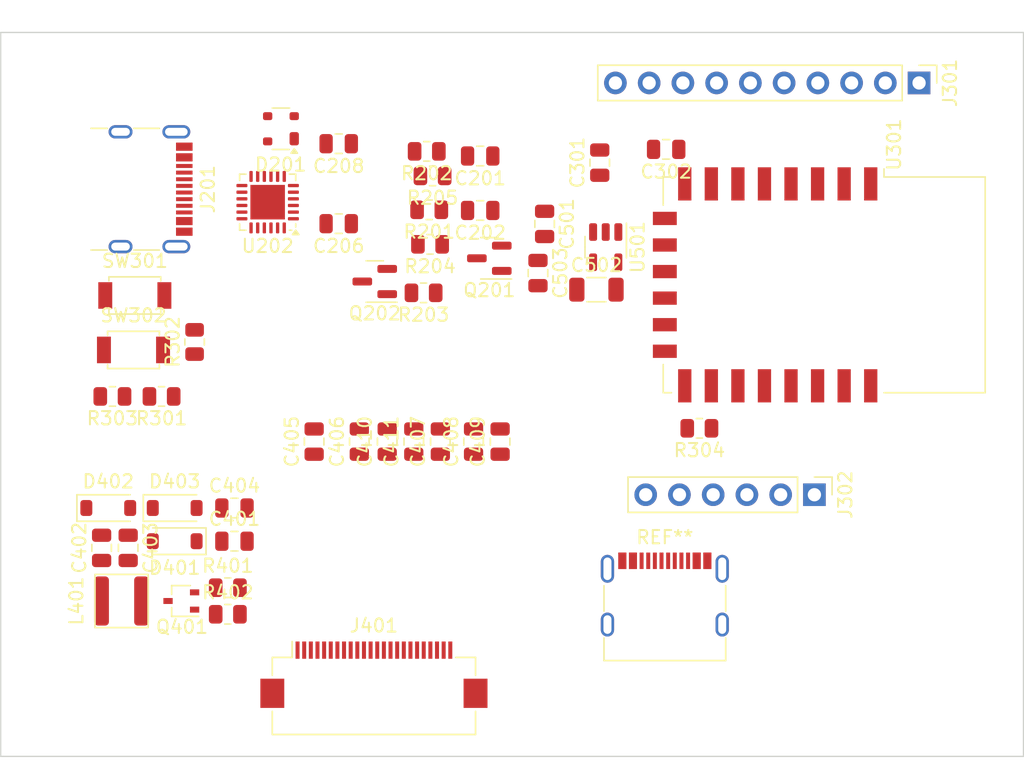
<source format=kicad_pcb>
(kicad_pcb (version 20240108) (generator "pcbnew") (generator_version "8.0")
  (layers (0 "F.Cu" signal) (31 "B.Cu" signal) (34 "B.Paste" user) (35 "F.Paste" user) (36 "B.SilkS" user "B.Silkscreen") (37 "F.SilkS" user "F.Silkscreen") (38 "B.Mask" user) (39 "F.Mask" user) (44 "Edge.Cuts" user))
  (net 0 "")
  (net 1 "GND")
  (net 3 "/EPD/GDR")
  (net 4 "/EPD/RESE")
  (net 6 "/EPD/VSH2")
  (net 7 "/EPD/TSCL")
  (net 8 "/EPD/TSDA")
  (net 9 "/EPD/BS")
  (net 10 "/EPD/BUSY")
  (net 11 "/EPD/RES")
  (net 12 "/EPD/D{slash}C")
  (net 13 "/EPD/~{CS}")
  (net 14 "/EPD/SCLK")
  (net 15 "/EPD/MOSI")
  (net 16 "+3.3V")
  (net 17 "/EPD/VDD")
  (net 18 "/EPD/VPP")
  (net 19 "/EPD/VSH1")
  (net 20 "/EPD/VGH")
  (net 21 "/EPD/VSL")
  (net 22 "/EPD/VGL")
  (net 23 "/EPD/VCOM")
  (net 24 "/USB/~{RTS}")
  (net 25 "Net-(Q201-B)")
  (net 26 "/MCU/~{RST}")
  (net 27 "/USB/~{DTR}")
  (net 28 "Net-(Q202-B)")
  (net 29 "/MCU/GPIO0")
  (net 30 "/USB/D+")
  (net 31 "/USB/D-")
  (net 32 "/USB/VIO")
  (net 33 "Net-(U202-VPP)")
  (net 34 "Net-(D201-A)")
  (net 36 "Net-(U202-~{RST})")
  (net 37 "/USB/5V")
  (net 38 "/EPD/MISO")
  (net 39 "/EPD/3V3")
  (net 40 "/EPD/PREVGH")
  (net 41 "Net-(D401-A)")
  (net 42 "Net-(D402-A)")
  (net 43 "/EPD/PREVGL")
  (net 44 "/MCU/RXD")
  (net 45 "/MCU/TXD")
  (net 46 "/MCU/ADC")
  (net 47 "/MCU/GPIO10")
  (net 48 "/MCU/GPIO9")
  (net 49 "/MCU/GPIO2")
  (net 50 "/MCU/GPIO4")
  (net 51 "/MCU/GPIO5")
  (net 52 "Net-(J201-CC2)")
  (net 53 "Net-(J201-CC1)")
  (net 56 "/MCU/GPIO16")
  (net 67 "/MCU/GPIO15")
  (net 68 "/MCU/EN")
  (net 69 "/MCU/GPIO12")
  (net 70 "/MCU/GPIO13")
  (net 71 "/MCU/GPIO14")
  (net 72 "Net-(U501-BP)")
  (footprint "Resistor_SMD:R_0805_2012Metric" (layer "F.Cu") (at 108.6 72.3 90)
    (property "Reference" "R302" (at 0 -1.65 90) (layer "F.SilkS"))
    (property "Value" "10k")
    (fp_line (start -0.227064 -0.735) (end 0.227064 -0.735) (stroke (width 0.12)) (layer "F.SilkS"))
    (fp_line (start -0.227064 0.735) (end 0.227064 0.735) (stroke (width 0.12)) (layer "F.SilkS"))
    (pad "1" smd roundrect (at -0.9125 0 90) (size 1.025 1.4) (layers "F.Cu" "F.Paste" "F.Mask") (roundrect_rratio 0.243902) (net 39 "/EPD/3V3"))
    (pad "2" smd roundrect (at 0.9125 0 90) (size 1.025 1.4) (layers "F.Cu" "F.Paste" "F.Mask") (roundrect_rratio 0.243902) (net 29 "/MCU/GPIO0"))
  )
  (footprint "Connector_PinHeader_2.54mm:PinHeader_1x06_P2.54mm_Vertical" (layer "F.Cu") (at 155.26 83.8 -90)
    (property "Reference" "J302" (at 0 -2.33 90) (layer "F.SilkS"))
    (property "Value" "Conn_01x07_Pin")
    (fp_line (start -1.33 14.03) (end 1.33 14.03) (stroke (width 0.12)) (layer "F.SilkS"))
    (fp_line (start -1.33 1.27) (end -1.33 14.03) (stroke (width 0.12)) (layer "F.SilkS"))
    (fp_line (start -1.33 1.27) (end 1.33 1.27) (stroke (width 0.12)) (layer "F.SilkS"))
    (fp_line (start 1.33 1.27) (end 1.33 14.03) (stroke (width 0.12)) (layer "F.SilkS"))
    (fp_line (start -1.33 0) (end -1.33 -1.33) (stroke (width 0.12)) (layer "F.SilkS"))
    (fp_line (start -1.33 -1.33) (end 0 -1.33) (stroke (width 0.12)) (layer "F.SilkS"))
    (pad "1" thru_hole rect (at 0 0 270) (size 1.7 1.7) (drill 1) (layers "*.Cu" "*.Mask") (net 51 "/MCU/GPIO5"))
    (pad "2" thru_hole oval (at 0 2.54 270) (size 1.7 1.7) (drill 1) (layers "*.Cu" "*.Mask") (net 50 "/MCU/GPIO4"))
    (pad "3" thru_hole oval (at 0 5.08 270) (size 1.7 1.7) (drill 1) (layers "*.Cu" "*.Mask") (net 29 "/MCU/GPIO0"))
    (pad "4" thru_hole oval (at 0 7.62 270) (size 1.7 1.7) (drill 1) (layers "*.Cu" "*.Mask") (net 49 "/MCU/GPIO2"))
    (pad "5" thru_hole oval (at 0 10.16 270) (size 1.7 1.7) (drill 1) (layers "*.Cu" "*.Mask") (net 67 "/MCU/GPIO15"))
    (pad "6" thru_hole oval (at 0 12.7 270) (size 1.7 1.7) (drill 1) (layers "*.Cu" "*.Mask") (net 47 "/MCU/GPIO10"))
  )
  (footprint "Capacitor_SMD:C_0805_2012Metric" (layer "F.Cu") (at 134.95 63.4125 -90)
    (property "Reference" "C501" (at 0 -1.68 90) (layer "F.SilkS"))
    (property "Value" "1u")
    (fp_line (start -0.261252 0.735) (end 0.261252 0.735) (stroke (width 0.12)) (layer "F.SilkS"))
    (fp_line (start -0.261252 -0.735) (end 0.261252 -0.735) (stroke (width 0.12)) (layer "F.SilkS"))
    (pad "1" smd roundrect (at -0.95 0 270) (size 1 1.45) (layers "F.Cu" "F.Paste" "F.Mask") (net 37 "/USB/5V"))
    (pad "2" smd roundrect (at 0.95 0 270) (size 1 1.45) (layers "F.Cu" "F.Paste" "F.Mask") (net 1 "GND"))
  )
  (footprint "Capacitor_SMD:C_0805_2012Metric" (layer "F.Cu") (at 130.1 58.3 180)
    (property "Reference" "C201" (at 0 -1.68 0) (layer "F.SilkS"))
    (property "Value" "5u")
    (fp_line (start -0.261252 0.735) (end 0.261252 0.735) (stroke (width 0.12)) (layer "F.SilkS"))
    (fp_line (start -0.261252 -0.735) (end 0.261252 -0.735) (stroke (width 0.12)) (layer "F.SilkS"))
    (pad "1" smd roundrect (at -0.95 0 180) (size 1 1.45) (layers "F.Cu" "F.Paste" "F.Mask") (net 32 "/USB/VIO"))
    (pad "2" smd roundrect (at 0.95 0 180) (size 1 1.45) (layers "F.Cu" "F.Paste" "F.Mask") (net 1 "GND"))
  )
  (footprint "Capacitor_SMD:C_0805_2012Metric" (layer "F.Cu") (at 123.1 79.8 90)
    (property "Reference" "C410" (at 0 -1.68 90) (layer "F.SilkS"))
    (property "Value" "1u")
    (fp_line (start -0.261252 -0.735) (end 0.261252 -0.735) (stroke (width 0.12)) (layer "F.SilkS"))
    (fp_line (start -0.261252 0.735) (end 0.261252 0.735) (stroke (width 0.12)) (layer "F.SilkS"))
    (pad "1" smd roundrect (at -0.95 0 90) (size 1 1.45) (layers "F.Cu" "F.Paste" "F.Mask") (net 17 "/EPD/VDD"))
    (pad "2" smd roundrect (at 0.95 0 90) (size 1 1.45) (layers "F.Cu" "F.Paste" "F.Mask") (net 1 "GND"))
  )
  (footprint "Capacitor_SMD:C_0805_2012Metric" (layer "F.Cu") (at 111.6 84.8)
    (property "Reference" "C404" (at 0 -1.68 0) (layer "F.SilkS"))
    (property "Value" "4u7")
    (fp_line (start -0.261252 -0.735) (end 0.261252 -0.735) (stroke (width 0.12)) (layer "F.SilkS"))
    (fp_line (start -0.261252 0.735) (end 0.261252 0.735) (stroke (width 0.12)) (layer "F.SilkS"))
    (pad "1" smd roundrect (at -0.95 0) (size 1 1.45) (layers "F.Cu" "F.Paste" "F.Mask") (net 43 "/EPD/PREVGL"))
    (pad "2" smd roundrect (at 0.95 0) (size 1 1.45) (layers "F.Cu" "F.Paste" "F.Mask") (net 1 "GND"))
  )
  (footprint "Capacitor_SMD:C_0805_2012Metric" (layer "F.Cu") (at 103.6 87.8 -90)
    (property "Reference" "C403" (at 0 -1.68 90) (layer "F.SilkS"))
    (property "Value" "4u7")
    (fp_line (start -0.261252 0.735) (end 0.261252 0.735) (stroke (width 0.12)) (layer "F.SilkS"))
    (fp_line (start -0.261252 -0.735) (end 0.261252 -0.735) (stroke (width 0.12)) (layer "F.SilkS"))
    (pad "1" smd roundrect (at -0.95 0 270) (size 1 1.45) (layers "F.Cu" "F.Paste" "F.Mask") (net 42 "Net-(D402-A)"))
    (pad "2" smd roundrect (at 0.95 0 270) (size 1 1.45) (layers "F.Cu" "F.Paste" "F.Mask") (net 41 "Net-(D401-A)"))
  )
  (footprint "Resistor_SMD:R_0805_2012Metric" (layer "F.Cu") (at 106.1125 76.4 180)
    (property "Reference" "R301" (at 0 -1.65 0) (layer "F.SilkS"))
    (property "Value" "10k")
    (fp_line (start -0.227064 0.735) (end 0.227064 0.735) (stroke (width 0.12)) (layer "F.SilkS"))
    (fp_line (start -0.227064 -0.735) (end 0.227064 -0.735) (stroke (width 0.12)) (layer "F.SilkS"))
    (pad "1" smd roundrect (at -0.9125 0 180) (size 1.025 1.4) (layers "F.Cu" "F.Paste" "F.Mask") (roundrect_rratio 0.243902) (net 26 "/MCU/~{RST}"))
    (pad "2" smd roundrect (at 0.9125 0 180) (size 1.025 1.4) (layers "F.Cu" "F.Paste" "F.Mask") (roundrect_rratio 0.243902) (net 39 "/EPD/3V3"))
  )
  (footprint "busbuddy:L_4x4x2.6" (layer "F.Cu") (at 103.1 91.8 90)
    (property "Reference" "L401" (at 0 -3.4 90) (layer "F.SilkS"))
    (property "Value" "10u")
    (fp_rect (start -2 -2) (end 2 2) (stroke (width 0.12)) (fill none) (layer "F.SilkS"))
    (pad "1" smd roundrect (at 0 -1.5 90) (size 3.7 1.1) (layers "F.Cu" "F.Paste" "F.Mask") (net 39 "/EPD/3V3"))
    (pad "2" smd roundrect (at 0 1.5 90) (size 3.7 1.1) (layers "F.Cu" "F.Paste" "F.Mask") (net 41 "Net-(D401-A)"))
  )
  (footprint "Resistor_SMD:R_0805_2012Metric" (layer "F.Cu") (at 125.8375 68.6 180)
    (property "Reference" "R203" (at 0 -1.65 0) (layer "F.SilkS"))
    (property "Value" "12k")
    (fp_line (start -0.227064 0.735) (end 0.227064 0.735) (stroke (width 0.12)) (layer "F.SilkS"))
    (fp_line (start -0.227064 -0.735) (end 0.227064 -0.735) (stroke (width 0.12)) (layer "F.SilkS"))
    (pad "1" smd roundrect (at -0.9125 0 180) (size 1.025 1.4) (layers "F.Cu" "F.Paste" "F.Mask") (roundrect_rratio 0.243902) (net 27 "/USB/~{DTR}"))
    (pad "2" smd roundrect (at 0.9125 0 180) (size 1.025 1.4) (layers "F.Cu" "F.Paste" "F.Mask") (roundrect_rratio 0.243902) (net 25 "Net-(Q201-B)"))
  )
  (footprint "Resistor_SMD:R_0805_2012Metric" (layer "F.Cu") (at 111.1 92.8)
    (property "Reference" "R402" (at 0 -1.65 0) (layer "F.SilkS"))
    (property "Value" "1M")
    (fp_line (start -0.227064 -0.735) (end 0.227064 -0.735) (stroke (width 0.12)) (layer "F.SilkS"))
    (fp_line (start -0.227064 0.735) (end 0.227064 0.735) (stroke (width 0.12)) (layer "F.SilkS"))
    (pad "1" smd roundrect (at -0.9125 0) (size 1.025 1.4) (layers "F.Cu" "F.Paste" "F.Mask") (roundrect_rratio 0.243902) (net 3 "/EPD/GDR"))
    (pad "2" smd roundrect (at 0.9125 0) (size 1.025 1.4) (layers "F.Cu" "F.Paste" "F.Mask") (roundrect_rratio 0.243902) (net 1 "GND"))
  )
  (footprint "Resistor_SMD:R_0805_2012Metric" (layer "F.Cu") (at 126.075 57.95 180)
    (property "Reference" "R202" (at 0 -1.65 0) (layer "F.SilkS"))
    (property "Value" "5k1")
    (fp_line (start -0.227064 0.735) (end 0.227064 0.735) (stroke (width 0.12)) (layer "F.SilkS"))
    (fp_line (start -0.227064 -0.735) (end 0.227064 -0.735) (stroke (width 0.12)) (layer "F.SilkS"))
    (pad "1" smd roundrect (at -0.9125 0 180) (size 1.025 1.4) (layers "F.Cu" "F.Paste" "F.Mask") (roundrect_rratio 0.243902) (net 1 "GND"))
    (pad "2" smd roundrect (at 0.9125 0 180) (size 1.025 1.4) (layers "F.Cu" "F.Paste" "F.Mask") (roundrect_rratio 0.243902) (net 53 "Net-(J201-CC1)"))
  )
  (footprint "Capacitor_SMD:C_0805_2012Metric" (layer "F.Cu") (at 101.6 87.8 90)
    (property "Reference" "C402" (at 0 -1.68 90) (layer "F.SilkS"))
    (property "Value" "4u7")
    (fp_line (start -0.261252 -0.735) (end 0.261252 -0.735) (stroke (width 0.12)) (layer "F.SilkS"))
    (fp_line (start -0.261252 0.735) (end 0.261252 0.735) (stroke (width 0.12)) (layer "F.SilkS"))
    (pad "1" smd roundrect (at -0.95 0 90) (size 1 1.45) (layers "F.Cu" "F.Paste" "F.Mask") (net 39 "/EPD/3V3"))
    (pad "2" smd roundrect (at 0.95 0 90) (size 1 1.45) (layers "F.Cu" "F.Paste" "F.Mask") (net 1 "GND"))
  )
  (footprint "Diode_SMD:D_SOD-123" (layer "F.Cu") (at 102.1 84.8)
    (property "Reference" "D402" (at 0 -2 0) (layer "F.SilkS"))
    (property "Value" "MBR0530")
    (fp_line (start -2.36 -1) (end -2.36 1) (stroke (width 0.12)) (layer "F.SilkS"))
    (fp_line (start -2.36 -1) (end 1.65 -1) (stroke (width 0.12)) (layer "F.SilkS"))
    (fp_line (start -2.36 1) (end 1.65 1) (stroke (width 0.12)) (layer "F.SilkS"))
    (pad "1" smd roundrect (at -1.65 0) (size 0.9 1.2) (layers "F.Cu" "F.Paste" "F.Mask") (net 1 "GND"))
    (pad "2" smd roundrect (at 1.65 0) (size 0.9 1.2) (layers "F.Cu" "F.Paste" "F.Mask") (net 42 "Net-(D402-A)"))
  )
  (footprint "Connector_PinHeader_2.54mm:PinHeader_1x10_P2.54mm_Vertical" (layer "F.Cu") (at 163.14 52.8 -90)
    (property "Reference" "J301" (at 0 -2.33 90) (layer "F.SilkS"))
    (property "Value" "Conn_01x05_Pin")
    (fp_line (start -1.33 24.19) (end 1.33 24.19) (stroke (width 0.12)) (layer "F.SilkS"))
    (fp_line (start -1.33 1.27) (end -1.33 24.19) (stroke (width 0.12)) (layer "F.SilkS"))
    (fp_line (start -1.33 1.27) (end 1.33 1.27) (stroke (width 0.12)) (layer "F.SilkS"))
    (fp_line (start 1.33 1.27) (end 1.33 24.19) (stroke (width 0.12)) (layer "F.SilkS"))
    (fp_line (start -1.33 0) (end -1.33 -1.33) (stroke (width 0.12)) (layer "F.SilkS"))
    (fp_line (start -1.33 -1.33) (end 0 -1.33) (stroke (width 0.12)) (layer "F.SilkS"))
    (pad "1" thru_hole rect (at 0 0 270) (size 1.7 1.7) (drill 1) (layers "*.Cu" "*.Mask") (net 26 "/MCU/~{RST}"))
    (pad "2" thru_hole oval (at 0 2.54 270) (size 1.7 1.7) (drill 1) (layers "*.Cu" "*.Mask") (net 46 "/MCU/ADC"))
    (pad "3" thru_hole oval (at 0 5.08 270) (size 1.7 1.7) (drill 1) (layers "*.Cu" "*.Mask") (net 68 "/MCU/EN"))
    (pad "4" thru_hole oval (at 0 7.62 270) (size 1.7 1.7) (drill 1) (layers "*.Cu" "*.Mask") (net 56 "/MCU/GPIO16"))
    (pad "5" thru_hole oval (at 0 10.16 270) (size 1.7 1.7) (drill 1) (layers "*.Cu" "*.Mask") (net 71 "/MCU/GPIO14"))
    (pad "6" thru_hole oval (at 0 12.7 270) (size 1.7 1.7) (drill 1) (layers "*.Cu" "*.Mask") (net 69 "/MCU/GPIO12"))
    (pad "7" thru_hole oval (at 0 15.24 270) (size 1.7 1.7) (drill 1) (layers "*.Cu" "*.Mask") (net 70 "/MCU/GPIO13"))
    (pad "8" thru_hole oval (at 0 17.78 270) (size 1.7 1.7) (drill 1) (layers "*.Cu" "*.Mask") (net 48 "/MCU/GPIO9"))
    (pad "9" thru_hole oval (at 0 20.32 270) (size 1.7 1.7) (drill 1) (layers "*.Cu" "*.Mask") (net 39 "/EPD/3V3"))
    (pad "10" thru_hole oval (at 0 22.86 270) (size 1.7 1.7) (drill 1) (layers "*.Cu" "*.Mask") (net 1 "GND"))
  )
  (footprint "Capacitor_SMD:C_0805_2012Metric" (layer "F.Cu") (at 127.1 79.8 90)
    (property "Reference" "C407" (at 0 -1.68 90) (layer "F.SilkS"))
    (property "Value" "4u7")
    (fp_line (start -0.261252 -0.735) (end 0.261252 -0.735) (stroke (width 0.12)) (layer "F.SilkS"))
    (fp_line (start -0.261252 0.735) (end 0.261252 0.735) (stroke (width 0.12)) (layer "F.SilkS"))
    (pad "1" smd roundrect (at -0.95 0 90) (size 1 1.45) (layers "F.Cu" "F.Paste" "F.Mask") (net 19 "/EPD/VSH1"))
    (pad "2" smd roundrect (at 0.95 0 90) (size 1 1.45) (layers "F.Cu" "F.Paste" "F.Mask") (net 1 "GND"))
  )
  (footprint "Diode_SMD:D_SOD-123" (layer "F.Cu") (at 107.1 84.8)
    (property "Reference" "D403" (at 0 -2 0) (layer "F.SilkS"))
    (property "Value" "MBR0530")
    (fp_line (start -2.36 -1) (end -2.36 1) (stroke (width 0.12)) (layer "F.SilkS"))
    (fp_line (start -2.36 -1) (end 1.65 -1) (stroke (width 0.12)) (layer "F.SilkS"))
    (fp_line (start -2.36 1) (end 1.65 1) (stroke (width 0.12)) (layer "F.SilkS"))
    (pad "1" smd roundrect (at -1.65 0) (size 0.9 1.2) (layers "F.Cu" "F.Paste" "F.Mask") (net 42 "Net-(D402-A)"))
    (pad "2" smd roundrect (at 1.65 0) (size 0.9 1.2) (layers "F.Cu" "F.Paste" "F.Mask") (net 43 "/EPD/PREVGL"))
  )
  (footprint "Capacitor_SMD:C_0805_2012Metric" (layer "F.Cu") (at 117.6 79.8 90)
    (property "Reference" "C405" (at 0 -1.68 90) (layer "F.SilkS"))
    (property "Value" "4u7")
    (fp_line (start -0.261252 -0.735) (end 0.261252 -0.735) (stroke (width 0.12)) (layer "F.SilkS"))
    (fp_line (start -0.261252 0.735) (end 0.261252 0.735) (stroke (width 0.12)) (layer "F.SilkS"))
    (pad "1" smd roundrect (at -0.95 0 90) (size 1 1.45) (layers "F.Cu" "F.Paste" "F.Mask") (net 39 "/EPD/3V3"))
    (pad "2" smd roundrect (at 0.95 0 90) (size 1 1.45) (layers "F.Cu" "F.Paste" "F.Mask") (net 1 "GND"))
  )
  (footprint "Resistor_SMD:R_0805_2012Metric" (layer "F.Cu") (at 146.6 78.8 180)
    (property "Reference" "R304" (at 0 -1.65 0) (layer "F.SilkS"))
    (property "Value" "10k")
    (fp_line (start -0.227064 0.735) (end 0.227064 0.735) (stroke (width 0.12)) (layer "F.SilkS"))
    (fp_line (start -0.227064 -0.735) (end 0.227064 -0.735) (stroke (width 0.12)) (layer "F.SilkS"))
    (pad "1" smd roundrect (at -0.9125 0 180) (size 1.025 1.4) (layers "F.Cu" "F.Paste" "F.Mask") (roundrect_rratio 0.243902) (net 67 "/MCU/GPIO15"))
    (pad "2" smd roundrect (at 0.9125 0 180) (size 1.025 1.4) (layers "F.Cu" "F.Paste" "F.Mask") (roundrect_rratio 0.243902) (net 1 "GND"))
  )
  (footprint "Capacitor_SMD:C_0805_2012Metric" (layer "F.Cu") (at 130.1 62.4 180)
    (property "Reference" "C202" (at 0 -1.68 0) (layer "F.SilkS"))
    (property "Value" "100n")
    (fp_line (start -0.261252 0.735) (end 0.261252 0.735) (stroke (width 0.12)) (layer "F.SilkS"))
    (fp_line (start -0.261252 -0.735) (end 0.261252 -0.735) (stroke (width 0.12)) (layer "F.SilkS"))
    (pad "1" smd roundrect (at -0.95 0 180) (size 1 1.45) (layers "F.Cu" "F.Paste" "F.Mask") (net 37 "/USB/5V"))
    (pad "2" smd roundrect (at 0.95 0 180) (size 1 1.45) (layers "F.Cu" "F.Paste" "F.Mask") (net 1 "GND"))
  )
  (footprint "Capacitor_SMD:C_0805_2012Metric" (layer "F.Cu") (at 139.1 58.8 90)
    (property "Reference" "C301" (at 0 -1.68 90) (layer "F.SilkS"))
    (property "Value" "10u")
    (fp_line (start -0.261252 -0.735) (end 0.261252 -0.735) (stroke (width 0.12)) (layer "F.SilkS"))
    (fp_line (start -0.261252 0.735) (end 0.261252 0.735) (stroke (width 0.12)) (layer "F.SilkS"))
    (pad "1" smd roundrect (at -0.95 0 90) (size 1 1.45) (layers "F.Cu" "F.Paste" "F.Mask") (net 39 "/EPD/3V3"))
    (pad "2" smd roundrect (at 0.95 0 90) (size 1 1.45) (layers "F.Cu" "F.Paste" "F.Mask") (net 1 "GND"))
  )
  (footprint "Package_TO_SOT_SMD:SOT-143" (layer "F.Cu") (at 115.1 56.25 180)
    (property "Reference" "D201" (at 0.02 -2.7 0) (layer "F.SilkS"))
    (property "Value" "SP0503BAHT")
    (fp_line (start 0.65 -1.56) (end -0.62 -1.56) (stroke (width 0.12)) (layer "F.SilkS"))
    (fp_line (start -0.65 1.56) (end 0.65 1.56) (stroke (width 0.12)) (layer "F.SilkS"))
    (fp_poly (pts (xy -1 -1.51) (xy -1.24 -1.84) (xy -0.76 -1.84) (xy -1 -1.51)) (stroke (width 0.12)) (fill solid) (layer "F.SilkS"))
    (pad "1" smd roundrect (at -1 -0.75 180) (size 0.7 1) (layers "F.Cu" "F.Paste" "F.Mask") (net 34 "Net-(D201-A)"))
    (pad "2" smd roundrect (at -1 0.95 180) (size 0.7 0.6) (layers "F.Cu" "F.Paste" "F.Mask") (net 30 "/USB/D+"))
    (pad "3" smd roundrect (at 1 0.95 180) (size 0.7 0.6) (layers "F.Cu" "F.Paste" "F.Mask") (net 31 "/USB/D-"))
    (pad "4" smd roundrect (at 1 -0.95 180) (size 0.7 0.6) (layers "F.Cu" "F.Paste" "F.Mask") (net 37 "/USB/5V"))
  )
  (footprint "Capacitor_SMD:C_0805_2012Metric" (layer "F.Cu") (at 134.45 67.1125 -90)
    (property "Reference" "C503" (at 0 -1.68 90) (layer "F.SilkS"))
    (property "Value" "10u")
    (fp_line (start -0.261252 0.735) (end 0.261252 0.735) (stroke (width 0.12)) (layer "F.SilkS"))
    (fp_line (start -0.261252 -0.735) (end 0.261252 -0.735) (stroke (width 0.12)) (layer "F.SilkS"))
    (pad "1" smd roundrect (at -0.95 0 270) (size 1 1.45) (layers "F.Cu" "F.Paste" "F.Mask") (net 39 "/EPD/3V3"))
    (pad "2" smd roundrect (at 0.95 0 270) (size 1 1.45) (layers "F.Cu" "F.Paste" "F.Mask") (net 1 "GND"))
  )
  (footprint "busbuddy:TS-1088R-02026_SW_SMD_3x4mm" (layer "F.Cu") (at 104.1 68.8)
    (property "Reference" "SW301" (at 0 -2.6 0) (layer "F.SilkS"))
    (property "Value" "TS-1088R-02026")
    (fp_line (start -1.95 -1.4) (end 1.95 -1.4) (stroke (width 0.12)) (layer "F.SilkS"))
    (fp_line (start -1.95 -1.1) (end -1.95 -1.4) (stroke (width 0.12)) (layer "F.SilkS"))
    (fp_line (start -1.95 1.1) (end -1.95 1.4) (stroke (width 0.12)) (layer "F.SilkS"))
    (fp_line (start -1.95 1.4) (end 1.95 1.4) (stroke (width 0.12)) (layer "F.SilkS"))
    (fp_line (start 1.95 -1.4) (end 1.95 -1.1) (stroke (width 0.12)) (layer "F.SilkS"))
    (fp_line (start 1.95 1.4) (end 1.95 1.1) (stroke (width 0.12)) (layer "F.SilkS"))
    (pad "1" smd rect (at -2.225 0) (size 1.05 2) (layers "F.Cu" "F.Paste" "F.Mask") (net 1 "GND"))
    (pad "2" smd rect (at 2.225 0) (size 1.05 2) (layers "F.Cu" "F.Paste" "F.Mask") (net 26 "/MCU/~{RST}"))
  )
  (footprint "Capacitor_SMD:C_0805_2012Metric" (layer "F.Cu") (at 131.6 79.8 90)
    (property "Reference" "C409" (at 0 -1.68 90) (layer "F.SilkS"))
    (property "Value" "1u")
    (fp_line (start -0.261252 -0.735) (end 0.261252 -0.735) (stroke (width 0.12)) (layer "F.SilkS"))
    (fp_line (start -0.261252 0.735) (end 0.261252 0.735) (stroke (width 0.12)) (layer "F.SilkS"))
    (pad "1" smd roundrect (at -0.95 0 90) (size 1 1.45) (layers "F.Cu" "F.Paste" "F.Mask") (net 23 "/EPD/VCOM"))
    (pad "2" smd roundrect (at 0.95 0 90) (size 1 1.45) (layers "F.Cu" "F.Paste" "F.Mask") (net 1 "GND"))
  )
  (footprint "Capacitor_SMD:C_0805_2012Metric" (layer "F.Cu") (at 111.6 87.3)
    (property "Reference" "C401" (at 0 -1.68 0) (layer "F.SilkS"))
    (property "Value" "4u7")
    (fp_line (start -0.261252 -0.735) (end 0.261252 -0.735) (stroke (width 0.12)) (layer "F.SilkS"))
    (fp_line (start -0.261252 0.735) (end 0.261252 0.735) (stroke (width 0.12)) (layer "F.SilkS"))
    (pad "1" smd roundrect (at -0.95 0) (size 1 1.45) (layers "F.Cu" "F.Paste" "F.Mask") (net 40 "/EPD/PREVGH"))
    (pad "2" smd roundrect (at 0.95 0) (size 1 1.45) (layers "F.Cu" "F.Paste" "F.Mask") (net 1 "GND"))
  )
  (footprint "Package_TO_SOT_SMD:SOT-23" (layer "F.Cu") (at 122.1625 67.75 180)
    (property "Reference" "Q202" (at 0 -2.4 0) (layer "F.SilkS"))
    (property "Value" "S8050")
    (fp_line (start 0 1.56) (end 0.65 1.56) (stroke (width 0.12)) (layer "F.SilkS"))
    (fp_line (start 0 1.56) (end -0.65 1.56) (stroke (width 0.12)) (layer "F.SilkS"))
    (fp_line (start 0 -1.56) (end 0.65 -1.56) (stroke (width 0.12)) (layer "F.SilkS"))
    (fp_line (start 0 -1.56) (end -1.675 -1.56) (stroke (width 0.12)) (layer "F.SilkS"))
    (pad "1" smd roundrect (at -0.9375 -0.95 180) (size 1.475 0.6) (layers "F.Cu" "F.Paste" "F.Mask") (net 27 "/USB/~{DTR}"))
    (pad "2" smd roundrect (at -0.9375 0.95 180) (size 1.475 0.6) (layers "F.Cu" "F.Paste" "F.Mask") (net 28 "Net-(Q202-B)"))
    (pad "3" smd roundrect (at 0.9375 0 180) (size 1.475 0.6) (layers "F.Cu" "F.Paste" "F.Mask") (net 29 "/MCU/GPIO0"))
  )
  (footprint "Capacitor_SMD:C_0805_2012Metric" (layer "F.Cu") (at 129.6 79.8 90)
    (property "Reference" "C408" (at 0 -1.68 90) (layer "F.SilkS"))
    (property "Value" "4u7")
    (fp_line (start -0.261252 -0.735) (end 0.261252 -0.735) (stroke (width 0.12)) (layer "F.SilkS"))
    (fp_line (start -0.261252 0.735) (end 0.261252 0.735) (stroke (width 0.12)) (layer "F.SilkS"))
    (pad "1" smd roundrect (at -0.95 0 90) (size 1 1.45) (layers "F.Cu" "F.Paste" "F.Mask") (net 21 "/EPD/VSL"))
    (pad "2" smd roundrect (at 0.95 0 90) (size 1 1.45) (layers "F.Cu" "F.Paste" "F.Mask") (net 1 "GND"))
  )
  (footprint "Resistor_SMD:R_0805_2012Metric" (layer "F.Cu") (at 102.4125 76.4 180)
    (property "Reference" "R303" (at 0 -1.65 0) (layer "F.SilkS"))
    (property "Value" "10k")
    (fp_line (start -0.227064 0.735) (end 0.227064 0.735) (stroke (width 0.12)) (layer "F.SilkS"))
    (fp_line (start -0.227064 -0.735) (end 0.227064 -0.735) (stroke (width 0.12)) (layer "F.SilkS"))
    (pad "1" smd roundrect (at -0.9125 0 180) (size 1.025 1.4) (layers "F.Cu" "F.Paste" "F.Mask") (roundrect_rratio 0.243902) (net 68 "/MCU/EN"))
    (pad "2" smd roundrect (at 0.9125 0 180) (size 1.025 1.4) (layers "F.Cu" "F.Paste" "F.Mask") (roundrect_rratio 0.243902) (net 39 "/EPD/3V3"))
  )
  (footprint "RF_Module:ESP-12E" (layer "F.Cu") (at 156 68 -90)
    (property "Reference" "U301" (at -10.56 -5.26 90) (layer "F.SilkS"))
    (property "Value" "ESP-12F")
    (fp_line (start -8.12 12.12) (end -8.12 11.5) (stroke (width 0.12)) (layer "F.SilkS"))
    (fp_line (start -6 12.12) (end -8.12 12.12) (stroke (width 0.12)) (layer "F.SilkS"))
    (fp_line (start 8.12 12.12) (end 6 12.12) (stroke (width 0.12)) (layer "F.SilkS"))
    (fp_line (start 8.12 11.5) (end 8.12 12.12) (stroke (width 0.12)) (layer "F.SilkS"))
    (fp_line (start -8.12 -4.5) (end -8.73 -4.5) (stroke (width 0.12)) (layer "F.SilkS"))
    (fp_line (start -8.12 -4.5) (end -8.12 -12.12) (stroke (width 0.12)) (layer "F.SilkS"))
    (fp_line (start -8.12 -12.12) (end 8.12 -12.12) (stroke (width 0.12)) (layer "F.SilkS"))
    (fp_line (start 8.12 -12.12) (end 8.12 -4.5) (stroke (width 0.12)) (layer "F.SilkS"))
    (pad "1" smd rect (at -7.6 -3.5 270) (size 2.5 1) (layers "F.Cu" "F.Paste" "F.Mask") (net 26 "/MCU/~{RST}"))
    (pad "2" smd rect (at -7.6 -1.5 270) (size 2.5 1) (layers "F.Cu" "F.Paste" "F.Mask") (net 46 "/MCU/ADC"))
    (pad "3" smd rect (at -7.6 0.5 270) (size 2.5 1) (layers "F.Cu" "F.Paste" "F.Mask") (net 68 "/MCU/EN"))
    (pad "4" smd rect (at -7.6 2.5 270) (size 2.5 1) (layers "F.Cu" "F.Paste" "F.Mask") (net 56 "/MCU/GPIO16"))
    (pad "5" smd rect (at -7.6 4.5 270) (size 2.5 1) (layers "F.Cu" "F.Paste" "F.Mask") (net 71 "/MCU/GPIO14"))
    (pad "6" smd rect (at -7.6 6.5 270) (size 2.5 1) (layers "F.Cu" "F.Paste" "F.Mask") (net 69 "/MCU/GPIO12"))
    (pad "7" smd rect (at -7.6 8.5 270) (size 2.5 1) (layers "F.Cu" "F.Paste" "F.Mask") (net 70 "/MCU/GPIO13"))
    (pad "8" smd rect (at -7.6 10.5 270) (size 2.5 1) (layers "F.Cu" "F.Paste" "F.Mask") (net 39 "/EPD/3V3"))
    (pad "9" smd rect (at -5 12 270) (size 1 1.8) (layers "F.Cu" "F.Paste" "F.Mask") (net 13 "/EPD/~{CS}"))
    (pad "10" smd rect (at -3 12 270) (size 1 1.8) (layers "F.Cu" "F.Paste" "F.Mask") (net 38 "/EPD/MISO"))
    (pad "11" smd rect (at -1 12 270) (size 1 1.8) (layers "F.Cu" "F.Paste" "F.Mask") (net 48 "/MCU/GPIO9"))
    (pad "12" smd rect (at 1 12 270) (size 1 1.8) (layers "F.Cu" "F.Paste" "F.Mask") (net 47 "/MCU/GPIO10"))
    (pad "13" smd rect (at 3 12 270) (size 1 1.8) (layers "F.Cu" "F.Paste" "F.Mask") (net 15 "/EPD/MOSI"))
    (pad "14" smd rect (at 5 12 270) (size 1 1.8) (layers "F.Cu" "F.Paste" "F.Mask") (net 14 "/EPD/SCLK"))
    (pad "15" smd rect (at 7.6 10.5 270) (size 2.5 1) (layers "F.Cu" "F.Paste" "F.Mask") (net 1 "GND"))
    (pad "16" smd rect (at 7.6 8.5 270) (size 2.5 1) (layers "F.Cu" "F.Paste" "F.Mask") (net 67 "/MCU/GPIO15"))
    (pad "17" smd rect (at 7.6 6.5 270) (size 2.5 1) (layers "F.Cu" "F.Paste" "F.Mask") (net 49 "/MCU/GPIO2"))
    (pad "18" smd rect (at 7.6 4.5 270) (size 2.5 1) (layers "F.Cu" "F.Paste" "F.Mask") (net 29 "/MCU/GPIO0"))
    (pad "19" smd rect (at 7.6 2.5 270) (size 2.5 1) (layers "F.Cu" "F.Paste" "F.Mask") (net 50 "/MCU/GPIO4"))
    (pad "20" smd rect (at 7.6 0.5 270) (size 2.5 1) (layers "F.Cu" "F.Paste" "F.Mask") (net 51 "/MCU/GPIO5"))
    (pad "21" smd rect (at 7.6 -1.5 270) (size 2.5 1) (layers "F.Cu" "F.Paste" "F.Mask") (net 44 "/MCU/RXD"))
    (pad "22" smd rect (at 7.6 -3.5 270) (size 2.5 1) (layers "F.Cu" "F.Paste" "F.Mask") (net 45 "/MCU/TXD"))
  )
  (footprint "Package_TO_SOT_SMD:SOT-23-5" (layer "F.Cu") (at 139.55 65.1625 -90)
    (property "Reference" "U501" (at 0 -2.4 90) (layer "F.SilkS"))
    (property "Value" "SPX3819M5-L-3-3")
    (fp_line (start 0 1.56) (end -0.8 1.56) (stroke (width 0.12)) (layer "F.SilkS"))
    (fp_line (start 0 1.56) (end 0.8 1.56) (stroke (width 0.12)) (layer "F.SilkS"))
    (fp_line (start 0 -1.56) (end -1.8 -1.56) (stroke (width 0.12)) (layer "F.SilkS"))
    (fp_line (start 0 -1.56) (end 0.8 -1.56) (stroke (width 0.12)) (layer "F.SilkS"))
    (pad "1" smd roundrect (at -1.1375 -0.95 270) (size 1.325 0.6) (layers "F.Cu" "F.Paste" "F.Mask") (net 37 "/USB/5V"))
    (pad "2" smd roundrect (at -1.1375 0 270) (size 1.325 0.6) (layers "F.Cu" "F.Paste" "F.Mask") (net 1 "GND"))
    (pad "3" smd roundrect (at -1.1375 0.95 270) (size 1.325 0.6) (layers "F.Cu" "F.Paste" "F.Mask") (net 37 "/USB/5V"))
    (pad "4" smd roundrect (at 1.1375 0.95 270) (size 1.325 0.6) (layers "F.Cu" "F.Paste" "F.Mask") (net 72 "Net-(U501-BP)"))
    (pad "5" smd roundrect (at 1.1375 -0.95 270) (size 1.325 0.6) (layers "F.Cu" "F.Paste" "F.Mask") (net 39 "/EPD/3V3"))
  )
  (footprint "Capacitor_SMD:C_1206_3216Metric" (layer "F.Cu") (at 138.85 68.3625)
    (property "Reference" "C502" (at 0 -1.85 0) (layer "F.SilkS"))
    (property "Value" "470p")
    (fp_line (start -0.711252 -0.91) (end 0.711252 -0.91) (stroke (width 0.12)) (layer "F.SilkS"))
    (fp_line (start -0.711252 0.91) (end 0.711252 0.91) (stroke (width 0.12)) (layer "F.SilkS"))
    (pad "1" smd roundrect (at -1.475 0) (size 1.15 1.8) (layers "F.Cu" "F.Paste" "F.Mask") (roundrect_rratio 0.217391) (net 1 "GND"))
    (pad "2" smd roundrect (at 1.475 0) (size 1.15 1.8) (layers "F.Cu" "F.Paste" "F.Mask") (roundrect_rratio 0.217391) (net 72 "Net-(U501-BP)"))
  )
  (footprint "Diode_SMD:D_SOD-123" (layer "F.Cu") (at 107.1 87.3 180)
    (property "Reference" "D401" (at 0 -2 0) (layer "F.SilkS"))
    (property "Value" "MBR0530")
    (fp_line (start -2.36 1) (end 1.65 1) (stroke (width 0.12)) (layer "F.SilkS"))
    (fp_line (start -2.36 -1) (end 1.65 -1) (stroke (width 0.12)) (layer "F.SilkS"))
    (fp_line (start -2.36 -1) (end -2.36 1) (stroke (width 0.12)) (layer "F.SilkS"))
    (pad "1" smd roundrect (at -1.65 0 180) (size 0.9 1.2) (layers "F.Cu" "F.Paste" "F.Mask") (net 40 "/EPD/PREVGH"))
    (pad "2" smd roundrect (at 1.65 0 180) (size 0.9 1.2) (layers "F.Cu" "F.Paste" "F.Mask") (net 41 "Net-(D401-A)"))
  )
  (footprint "Resistor_SMD:R_0805_2012Metric" (layer "F.Cu") (at 126.2625 62.35 180)
    (property "Reference" "R201" (at 0 -1.65 0) (layer "F.SilkS"))
    (property "Value" "5k1")
    (fp_line (start -0.227064 0.735) (end 0.227064 0.735) (stroke (width 0.12)) (layer "F.SilkS"))
    (fp_line (start -0.227064 -0.735) (end 0.227064 -0.735) (stroke (width 0.12)) (layer "F.SilkS"))
    (pad "1" smd roundrect (at -0.9125 0 180) (size 1.025 1.4) (layers "F.Cu" "F.Paste" "F.Mask") (roundrect_rratio 0.243902) (net 1 "GND"))
    (pad "2" smd roundrect (at 0.9125 0 180) (size 1.025 1.4) (layers "F.Cu" "F.Paste" "F.Mask") (roundrect_rratio 0.243902) (net 52 "Net-(J201-CC2)"))
  )
  (footprint "Resistor_SMD:R_0805_2012Metric" (layer "F.Cu") (at 126.325 64.95 180)
    (property "Reference" "R204" (at 0 -1.65 0) (layer "F.SilkS"))
    (property "Value" "12k")
    (fp_line (start -0.227064 0.735) (end 0.227064 0.735) (stroke (width 0.12)) (layer "F.SilkS"))
    (fp_line (start -0.227064 -0.735) (end 0.227064 -0.735) (stroke (width 0.12)) (layer "F.SilkS"))
    (pad "1" smd roundrect (at -0.9125 0 180) (size 1.025 1.4) (layers "F.Cu" "F.Paste" "F.Mask") (roundrect_rratio 0.243902) (net 24 "/USB/~{RTS}"))
    (pad "2" smd roundrect (at 0.9125 0 180) (size 1.025 1.4) (layers "F.Cu" "F.Paste" "F.Mask") (roundrect_rratio 0.243902) (net 28 "Net-(Q202-B)"))
  )
  (footprint "Package_TO_SOT_SMD:SOT-323_SC-70" (layer "F.Cu") (at 107.6 91.8 180)
    (property "Reference" "Q401" (at -0.05 -1.95 0) (layer "F.SilkS"))
    (property "Value" "Q_NMOS_GSD")
    (fp_line (start 0.73 0.5) (end 0.73 1.16) (stroke (width 0.12)) (layer "F.SilkS"))
    (fp_line (start 0.73 -1.16) (end 0.73 -0.5) (stroke (width 0.12)) (layer "F.SilkS"))
    (fp_line (start 0.73 -1.16) (end -1.3 -1.16) (stroke (width 0.12)) (layer "F.SilkS"))
    (fp_line (start -0.68 1.16) (end 0.73 1.16) (stroke (width 0.12)) (layer "F.SilkS"))
    (pad "1" smd rect (at -1 -0.65 90) (size 0.45 0.7) (layers "F.Cu" "F.Paste" "F.Mask") (net 3 "/EPD/GDR"))
    (pad "2" smd rect (at -1 0.65 90) (size 0.45 0.7) (layers "F.Cu" "F.Paste" "F.Mask") (net 4 "/EPD/RESE"))
    (pad "3" smd rect (at 1 0 90) (size 0.45 0.7) (layers "F.Cu" "F.Paste" "F.Mask") (net 41 "Net-(D401-A)"))
  )
  (footprint "Connector_USB:USB_C_Receptacle_G-Switch_GT-USB-7010ASV" (layer "F.Cu") (at 144 92.5)
    (property "Reference" "REF**" (at 0 -5.5 0) (layer "F.SilkS"))
    (property "Value" "USB_C_Receptacle_G-Switch_GT-USB-7010ASV")
    (fp_line (start -4.58 -1.85) (end -4.58 0.07) (stroke (width 0.12)) (layer "F.SilkS"))
    (fp_line (start -4.58 3.785) (end -4.58 2.08) (stroke (width 0.12)) (layer "F.SilkS"))
    (fp_line (start 4.58 0.07) (end 4.58 -1.85) (stroke (width 0.12)) (layer "F.SilkS"))
    (fp_line (start 4.58 2.08) (end 4.58 3.785) (stroke (width 0.12)) (layer "F.SilkS"))
    (fp_line (start 4.58 3.785) (end -4.58 3.785) (stroke (width 0.12)) (layer "F.SilkS"))
    (pad "" np_thru_hole circle (at -2.89 -2.605) (size 0.65 0.65) (drill 0.65) (layers "*.Cu" "*.Mask"))
    (pad "" np_thru_hole circle (at 2.89 -2.605) (size 0.65 0.65) (drill 0.65) (layers "*.Cu" "*.Mask"))
    (pad "A1" smd rect (at -3.2 -3.725) (size 0.6 1.24) (layers "F.Cu" "F.Paste" "F.Mask"))
    (pad "A4" smd rect (at -2.4 -3.725) (size 0.6 1.24) (layers "F.Cu" "F.Paste" "F.Mask"))
    (pad "A5" smd rect (at -1.25 -3.725) (size 0.3 1.24) (layers "F.Cu" "F.Paste" "F.Mask"))
    (pad "A6" smd rect (at -0.25 -3.725) (size 0.3 1.24) (layers "F.Cu" "F.Paste" "F.Mask"))
    (pad "A7" smd rect (at 0.25 -3.725) (size 0.3 1.24) (layers "F.Cu" "F.Paste" "F.Mask"))
    (pad "A8" smd rect (at 1.25 -3.725) (size 0.3 1.24) (layers "F.Cu" "F.Paste" "F.Mask"))
    (pad "A9" smd rect (at 2.4 -3.725) (size 0.6 1.24) (layers "F.Cu" "F.Paste" "F.Mask"))
    (pad "A12" smd rect (at 3.2 -3.725) (size 0.6 1.24) (layers "F.Cu" "F.Paste" "F.Mask"))
    (pad "B1" smd rect (at 3.2 -3.725) (size 0.6 1.24) (layers "F.Cu" "F.Paste" "F.Mask"))
    (pad "B4" smd rect (at 2.4 -3.725) (size 0.6 1.24) (layers "F.Cu" "F.Paste" "F.Mask"))
    (pad "B5" smd rect (at 1.75 -3.725) (size 0.3 1.24) (layers "F.Cu" "F.Paste" "F.Mask"))
    (pad "B6" smd rect (at 0.75 -3.725) (size 0.3 1.24) (layers "F.Cu" "F.Paste" "F.Mask"))
    (pad "B7" smd rect (at -0.75 -3.725) (size 0.3 1.24) (layers "F.Cu" "F.Paste" "F.Mask"))
    (pad "B8" smd rect (at -1.75 -3.725) (size 0.3 1.24) (layers "F.Cu" "F.Paste" "F.Mask"))
    (pad "B9" smd rect (at -2.4 -3.725) (size 0.6 1.24) (layers "F.Cu" "F.Paste" "F.Mask"))
    (pad "B12" smd rect (at -3.2 -3.725) (size 0.6 1.24) (layers "F.Cu" "F.Paste" "F.Mask"))
    (pad "S1" thru_hole oval (at -4.32 -3.125) (size 1 2.1) (drill oval 0.6 1.7) (layers "*.Cu" "*.Mask"))
    (pad "S1" thru_hole oval (at -4.32 1.075) (size 1 1.8) (drill oval 0.6 1.4) (layers "*.Cu" "*.Mask"))
    (pad "S1" thru_hole oval (at 4.32 -3.125) (size 1 2.1) (drill oval 0.6 1.7) (layers "*.Cu" "*.Mask"))
    (pad "S1" thru_hole oval (at 4.32 1.075) (size 1 1.8) (drill oval 0.6 1.4) (layers "*.Cu" "*.Mask"))
  )
  (footprint "Capacitor_SMD:C_0805_2012Metric" (layer "F.Cu") (at 125.1 79.8 90)
    (property "Reference" "C411" (at 0 -1.68 90) (layer "F.SilkS"))
    (property "Value" "4u7")
    (fp_line (start -0.261252 -0.735) (end 0.261252 -0.735) (stroke (width 0.12)) (layer "F.SilkS"))
    (fp_line (start -0.261252 0.735) (end 0.261252 0.735) (stroke (width 0.12)) (layer "F.SilkS"))
    (pad "1" smd roundrect (at -0.95 0 90) (size 1 1.45) (layers "F.Cu" "F.Paste" "F.Mask") (net 18 "/EPD/VPP"))
    (pad "2" smd roundrect (at 0.95 0 90) (size 1 1.45) (layers "F.Cu" "F.Paste" "F.Mask") (net 1 "GND"))
  )
  (footprint "Capacitor_SMD:C_0805_2012Metric" (layer "F.Cu") (at 121 79.8 90)
    (property "Reference" "C406" (at 0 -1.68 90) (layer "F.SilkS"))
    (property "Value" "4u7")
    (fp_line (start -0.261252 -0.735) (end 0.261252 -0.735) (stroke (width 0.12)) (layer "F.SilkS"))
    (fp_line (start -0.261252 0.735) (end 0.261252 0.735) (stroke (width 0.12)) (layer "F.SilkS"))
    (pad "1" smd roundrect (at -0.95 0 90) (size 1 1.45) (layers "F.Cu" "F.Paste" "F.Mask") (net 6 "/EPD/VSH2"))
    (pad "2" smd roundrect (at 0.95 0 90) (size 1 1.45) (layers "F.Cu" "F.Paste" "F.Mask") (net 1 "GND"))
  )
  (footprint "Package_TO_SOT_SMD:SOT-23" (layer "F.Cu") (at 130.7875 66 180)
    (property "Reference" "Q201" (at 0 -2.4 0) (layer "F.SilkS"))
    (property "Value" "S8050")
    (fp_line (start 0 1.56) (end 0.65 1.56) (stroke (width 0.12)) (layer "F.SilkS"))
    (fp_line (start 0 1.56) (end -0.65 1.56) (stroke (width 0.12)) (layer "F.SilkS"))
    (fp_line (start 0 -1.56) (end 0.65 -1.56) (stroke (width 0.12)) (layer "F.SilkS"))
    (fp_line (start 0 -1.56) (end -1.675 -1.56) (stroke (width 0.12)) (layer "F.SilkS"))
    (pad "1" smd roundrect (at -0.9375 -0.95 180) (size 1.475 0.6) (layers "F.Cu" "F.Paste" "F.Mask") (net 24 "/USB/~{RTS}"))
    (pad "2" smd roundrect (at -0.9375 0.95 180) (size 1.475 0.6) (layers "F.Cu" "F.Paste" "F.Mask") (net 25 "Net-(Q201-B)"))
    (pad "3" smd roundrect (at 0.9375 0 180) (size 1.475 0.6) (layers "F.Cu" "F.Paste" "F.Mask") (net 26 "/MCU/~{RST}"))
  )
  (footprint "busbuddy:TS-1088R-02026_SW_SMD_3x4mm" (layer "F.Cu") (at 104 72.9)
    (property "Reference" "SW302" (at 0 -2.6 0) (layer "F.SilkS"))
    (property "Value" "TS-1088R-02026")
    (fp_line (start -1.95 -1.4) (end 1.95 -1.4) (stroke (width 0.12)) (layer "F.SilkS"))
    (fp_line (start -1.95 -1.1) (end -1.95 -1.4) (stroke (width 0.12)) (layer "F.SilkS"))
    (fp_line (start -1.95 1.1) (end -1.95 1.4) (stroke (width 0.12)) (layer "F.SilkS"))
    (fp_line (start -1.95 1.4) (end 1.95 1.4) (stroke (width 0.12)) (layer "F.SilkS"))
    (fp_line (start 1.95 -1.4) (end 1.95 -1.1) (stroke (width 0.12)) (layer "F.SilkS"))
    (fp_line (start 1.95 1.4) (end 1.95 1.1) (stroke (width 0.12)) (layer "F.SilkS"))
    (pad "1" smd rect (at -2.225 0) (size 1.05 2) (layers "F.Cu" "F.Paste" "F.Mask") (net 1 "GND"))
    (pad "2" smd rect (at 2.225 0) (size 1.05 2) (layers "F.Cu" "F.Paste" "F.Mask") (net 29 "/MCU/GPIO0"))
  )
  (footprint "Connector_FFC-FPC:Hirose_FH12-24S-0.5SH_1x24-1MP_P0.50mm_Horizontal" (layer "F.Cu") (at 122.1 97.35)
    (property "Reference" "J401" (at 0 -3.7 0) (layer "F.SilkS"))
    (property "Value" "FH12A-24S-0.5SH(55) ")
    (fp_line (start -7.65 -1.3) (end -7.65 0.04) (stroke (width 0.12)) (layer "F.SilkS"))
    (fp_line (start -7.65 2.76) (end -7.65 4.5) (stroke (width 0.12)) (layer "F.SilkS"))
    (fp_line (start -7.65 4.5) (end 7.65 4.5) (stroke (width 0.12)) (layer "F.SilkS"))
    (fp_line (start -6.16 -1.3) (end -7.65 -1.3) (stroke (width 0.12)) (layer "F.SilkS"))
    (fp_line (start -6.16 -1.3) (end -6.16 -2.5) (stroke (width 0.12)) (layer "F.SilkS"))
    (fp_line (start 6.16 -1.3) (end 7.65 -1.3) (stroke (width 0.12)) (layer "F.SilkS"))
    (fp_line (start 7.65 -1.3) (end 7.65 0.04) (stroke (width 0.12)) (layer "F.SilkS"))
    (fp_line (start 7.65 4.5) (end 7.65 2.76) (stroke (width 0.12)) (layer "F.SilkS"))
    (pad "1" smd rect (at -5.75 -1.85) (size 0.3 1.3) (layers "F.Cu" "F.Paste" "F.Mask"))
    (pad "2" smd rect (at -5.25 -1.85) (size 0.3 1.3) (layers "F.Cu" "F.Paste" "F.Mask") (net 3 "/EPD/GDR"))
    (pad "3" smd rect (at -4.75 -1.85) (size 0.3 1.3) (layers "F.Cu" "F.Paste" "F.Mask") (net 4 "/EPD/RESE"))
    (pad "4" smd rect (at -4.25 -1.85) (size 0.3 1.3) (layers "F.Cu" "F.Paste" "F.Mask"))
    (pad "5" smd rect (at -3.75 -1.85) (size 0.3 1.3) (layers "F.Cu" "F.Paste" "F.Mask") (net 6 "/EPD/VSH2"))
    (pad "6" smd rect (at -3.25 -1.85) (size 0.3 1.3) (layers "F.Cu" "F.Paste" "F.Mask") (net 7 "/EPD/TSCL"))
    (pad "7" smd rect (at -2.75 -1.85) (size 0.3 1.3) (layers "F.Cu" "F.Paste" "F.Mask") (net 8 "/EPD/TSDA"))
    (pad "8" smd rect (at -2.25 -1.85) (size 0.3 1.3) (layers "F.Cu" "F.Paste" "F.Mask") (net 9 "/EPD/BS"))
    (pad "9" smd rect (at -1.75 -1.85) (size 0.3 1.3) (layers "F.Cu" "F.Paste" "F.Mask") (net 10 "/EPD/BUSY"))
    (pad "10" smd rect (at -1.25 -1.85) (size 0.3 1.3) (layers "F.Cu" "F.Paste" "F.Mask") (net 11 "/EPD/RES"))
    (pad "11" smd rect (at -0.75 -1.85) (size 0.3 1.3) (layers "F.Cu" "F.Paste" "F.Mask") (net 12 "/EPD/D{slash}C"))
    (pad "12" smd rect (at -0.25 -1.85) (size 0.3 1.3) (layers "F.Cu" "F.Paste" "F.Mask") (net 13 "/EPD/~{CS}"))
    (pad "13" smd rect (at 0.25 -1.85) (size 0.3 1.3) (layers "F.Cu" "F.Paste" "F.Mask") (net 14 "/EPD/SCLK"))
    (pad "14" smd rect (at 0.75 -1.85) (size 0.3 1.3) (layers "F.Cu" "F.Paste" "F.Mask") (net 15 "/EPD/MOSI"))
    (pad "15" smd rect (at 1.25 -1.85) (size 0.3 1.3) (layers "F.Cu" "F.Paste" "F.Mask") (net 16 "+3.3V"))
    (pad "16" smd rect (at 1.75 -1.85) (size 0.3 1.3) (layers "F.Cu" "F.Paste" "F.Mask") (net 16 "+3.3V"))
    (pad "17" smd rect (at 2.25 -1.85) (size 0.3 1.3) (layers "F.Cu" "F.Paste" "F.Mask") (net 1 "GND"))
    (pad "18" smd rect (at 2.75 -1.85) (size 0.3 1.3) (layers "F.Cu" "F.Paste" "F.Mask") (net 17 "/EPD/VDD"))
    (pad "19" smd rect (at 3.25 -1.85) (size 0.3 1.3) (layers "F.Cu" "F.Paste" "F.Mask") (net 18 "/EPD/VPP"))
    (pad "20" smd rect (at 3.75 -1.85) (size 0.3 1.3) (layers "F.Cu" "F.Paste" "F.Mask") (net 19 "/EPD/VSH1"))
    (pad "21" smd rect (at 4.25 -1.85) (size 0.3 1.3) (layers "F.Cu" "F.Paste" "F.Mask") (net 20 "/EPD/VGH"))
    (pad "22" smd rect (at 4.75 -1.85) (size 0.3 1.3) (layers "F.Cu" "F.Paste" "F.Mask") (net 21 "/EPD/VSL"))
    (pad "23" smd rect (at 5.25 -1.85) (size 0.3 1.3) (layers "F.Cu" "F.Paste" "F.Mask") (net 22 "/EPD/VGL"))
    (pad "24" smd rect (at 5.75 -1.85) (size 0.3 1.3) (layers "F.Cu" "F.Paste" "F.Mask") (net 23 "/EPD/VCOM"))
    (pad "MP" smd rect (at -7.65 1.4) (size 1.8 2.2) (layers "F.Cu" "F.Paste" "F.Mask") (net 1 "GND"))
    (pad "MP" smd rect (at 7.65 1.4) (size 1.8 2.2) (layers "F.Cu" "F.Paste" "F.Mask") (net 1 "GND"))
  )
  (footprint "Capacitor_SMD:C_0805_2012Metric" (layer "F.Cu") (at 119.45 57.375 180)
    (property "Reference" "C208" (at 0 -1.68 0) (layer "F.SilkS"))
    (property "Value" "100n")
    (fp_line (start -0.261252 0.735) (end 0.261252 0.735) (stroke (width 0.12)) (layer "F.SilkS"))
    (fp_line (start -0.261252 -0.735) (end 0.261252 -0.735) (stroke (width 0.12)) (layer "F.SilkS"))
    (pad "1" smd roundrect (at -0.95 0 180) (size 1 1.45) (layers "F.Cu" "F.Paste" "F.Mask") (net 32 "/USB/VIO"))
    (pad "2" smd roundrect (at 0.95 0 180) (size 1 1.45) (layers "F.Cu" "F.Paste" "F.Mask") (net 1 "GND"))
  )
  (footprint "Package_DFN_QFN:QFN-24-1EP_4x4mm_P0.5mm_EP2.6x2.6mm" (layer "F.Cu") (at 114.1 61.775 180)
    (property "Reference" "U202" (at 0 -3.3 0) (layer "F.SilkS"))
    (property "Value" "CP2104")
    (fp_line (start 2.11 2.11) (end 2.11 1.635) (stroke (width 0.12)) (layer "F.SilkS"))
    (fp_line (start 2.11 -2.11) (end 2.11 -1.635) (stroke (width 0.12)) (layer "F.SilkS"))
    (fp_line (start 1.635 2.11) (end 2.11 2.11) (stroke (width 0.12)) (layer "F.SilkS"))
    (fp_line (start 1.635 -2.11) (end 2.11 -2.11) (stroke (width 0.12)) (layer "F.SilkS"))
    (fp_line (start -1.635 2.11) (end -2.11 2.11) (stroke (width 0.12)) (layer "F.SilkS"))
    (fp_line (start -1.635 -2.11) (end -1.81 -2.11) (stroke (width 0.12)) (layer "F.SilkS"))
    (fp_line (start -2.11 2.11) (end -2.11 1.635) (stroke (width 0.12)) (layer "F.SilkS"))
    (fp_line (start -2.11 -1.635) (end -2.11 -1.87) (stroke (width 0.12)) (layer "F.SilkS"))
    (fp_poly (pts (xy -2.11 -2.11) (xy -2.35 -2.44) (xy -1.87 -2.44) (xy -2.11 -2.11)) (stroke (width 0.12)) (fill solid) (layer "F.SilkS"))
    (pad "1" smd roundrect (at -1.9375 -1.25 180) (size 0.825 0.25) (layers "F.Cu" "F.Paste" "F.Mask"))
    (pad "2" smd roundrect (at -1.9375 -0.75 180) (size 0.825 0.25) (layers "F.Cu" "F.Paste" "F.Mask") (net 1 "GND"))
    (pad "3" smd roundrect (at -1.9375 -0.25 180) (size 0.825 0.25) (layers "F.Cu" "F.Paste" "F.Mask") (net 30 "/USB/D+"))
    (pad "4" smd roundrect (at -1.9375 0.25 180) (size 0.825 0.25) (layers "F.Cu" "F.Paste" "F.Mask") (net 31 "/USB/D-"))
    (pad "5" smd roundrect (at -1.9375 0.75 180) (size 0.825 0.25) (layers "F.Cu" "F.Paste" "F.Mask") (net 32 "/USB/VIO"))
    (pad "6" smd roundrect (at -1.9375 1.25 180) (size 0.825 0.25) (layers "F.Cu" "F.Paste" "F.Mask") (net 32 "/USB/VIO"))
    (pad "7" smd roundrect (at -1.25 1.9375 180) (size 0.25 0.825) (layers "F.Cu" "F.Paste" "F.Mask") (net 37 "/USB/5V"))
    (pad "8" smd roundrect (at -0.75 1.9375 180) (size 0.25 0.825) (layers "F.Cu" "F.Paste" "F.Mask") (net 37 "/USB/5V"))
    (pad "9" smd roundrect (at -0.25 1.9375 180) (size 0.25 0.825) (layers "F.Cu" "F.Paste" "F.Mask") (net 36 "Net-(U202-~{RST})"))
    (pad "10" smd roundrect (at 0.25 1.9375 180) (size 0.25 0.825) (layers "F.Cu" "F.Paste" "F.Mask"))
    (pad "11" smd roundrect (at 0.75 1.9375 180) (size 0.25 0.825) (layers "F.Cu" "F.Paste" "F.Mask"))
    (pad "12" smd roundrect (at 1.25 1.9375 180) (size 0.25 0.825) (layers "F.Cu" "F.Paste" "F.Mask"))
    (pad "13" smd roundrect (at 1.9375 1.25 180) (size 0.825 0.25) (layers "F.Cu" "F.Paste" "F.Mask"))
    (pad "14" smd roundrect (at 1.9375 0.75 180) (size 0.825 0.25) (layers "F.Cu" "F.Paste" "F.Mask"))
    (pad "15" smd roundrect (at 1.9375 0.25 180) (size 0.825 0.25) (layers "F.Cu" "F.Paste" "F.Mask"))
    (pad "16" smd roundrect (at 1.9375 -0.25 180) (size 0.825 0.25) (layers "F.Cu" "F.Paste" "F.Mask") (net 33 "Net-(U202-VPP)"))
    (pad "17" smd roundrect (at 1.9375 -0.75 180) (size 0.825 0.25) (layers "F.Cu" "F.Paste" "F.Mask"))
    (pad "18" smd roundrect (at 1.9375 -1.25 180) (size 0.825 0.25) (layers "F.Cu" "F.Paste" "F.Mask"))
    (pad "19" smd roundrect (at 1.25 -1.9375 180) (size 0.25 0.825) (layers "F.Cu" "F.Paste" "F.Mask") (net 24 "/USB/~{RTS}"))
    (pad "20" smd roundrect (at 0.75 -1.9375 180) (size 0.25 0.825) (layers "F.Cu" "F.Paste" "F.Mask") (net 44 "/MCU/RXD"))
    (pad "21" smd roundrect (at 0.25 -1.9375 180) (size 0.25 0.825) (layers "F.Cu" "F.Paste" "F.Mask") (net 45 "/MCU/TXD"))
    (pad "22" smd roundrect (at -0.25 -1.9375 180) (size 0.25 0.825) (layers "F.Cu" "F.Paste" "F.Mask"))
    (pad "23" smd roundrect (at -0.75 -1.9375 180) (size 0.25 0.825) (layers "F.Cu" "F.Paste" "F.Mask") (net 27 "/USB/~{DTR}"))
    (pad "24" smd roundrect (at -1.25 -1.9375 180) (size 0.25 0.825) (layers "F.Cu" "F.Paste" "F.Mask"))
    (pad "25" smd rect (at 0 0 180) (size 2.6 2.6) (property pad_prop_heatsink) (layers "F.Cu" "F.Mask") (net 1 "GND"))
  )
  (footprint "Resistor_SMD:R_0805_2012Metric" (layer "F.Cu") (at 126.5125 59.8 180)
    (property "Reference" "R205" (at 0 -1.65 0) (layer "F.SilkS"))
    (property "Value" "4k7")
    (fp_line (start -0.227064 0.735) (end 0.227064 0.735) (stroke (width 0.12)) (layer "F.SilkS"))
    (fp_line (start -0.227064 -0.735) (end 0.227064 -0.735) (stroke (width 0.12)) (layer "F.SilkS"))
    (pad "1" smd roundrect (at -0.9125 0 180) (size 1.025 1.4) (layers "F.Cu" "F.Paste" "F.Mask") (roundrect_rratio 0.243902) (net 32 "/USB/VIO"))
    (pad "2" smd roundrect (at 0.9125 0 180) (size 1.025 1.4) (layers "F.Cu" "F.Paste" "F.Mask") (roundrect_rratio 0.243902) (net 36 "Net-(U202-~{RST})"))
  )
  (footprint "Capacitor_SMD:C_0805_2012Metric" (layer "F.Cu") (at 144.1 57.8 180)
    (property "Reference" "C302" (at 0 -1.68 0) (layer "F.SilkS"))
    (property "Value" "100n")
    (fp_line (start -0.261252 0.735) (end 0.261252 0.735) (stroke (width 0.12)) (layer "F.SilkS"))
    (fp_line (start -0.261252 -0.735) (end 0.261252 -0.735) (stroke (width 0.12)) (layer "F.SilkS"))
    (pad "1" smd roundrect (at -0.95 0 180) (size 1 1.45) (layers "F.Cu" "F.Paste" "F.Mask") (net 39 "/EPD/3V3"))
    (pad "2" smd roundrect (at 0.95 0 180) (size 1 1.45) (layers "F.Cu" "F.Paste" "F.Mask") (net 1 "GND"))
  )
  (footprint "Resistor_SMD:R_0805_2012Metric" (layer "F.Cu") (at 111.1 90.8)
    (property "Reference" "R401" (at 0 -1.65 0) (layer "F.SilkS"))
    (property "Value" "470m")
    (fp_line (start -0.227064 -0.735) (end 0.227064 -0.735) (stroke (width 0.12)) (layer "F.SilkS"))
    (fp_line (start -0.227064 0.735) (end 0.227064 0.735) (stroke (width 0.12)) (layer "F.SilkS"))
    (pad "1" smd roundrect (at -0.9125 0) (size 1.025 1.4) (layers "F.Cu" "F.Paste" "F.Mask") (roundrect_rratio 0.243902) (net 4 "/EPD/RESE"))
    (pad "2" smd roundrect (at 0.9125 0) (size 1.025 1.4) (layers "F.Cu" "F.Paste" "F.Mask") (roundrect_rratio 0.243902) (net 1 "GND"))
  )
  (footprint "Capacitor_SMD:C_0805_2012Metric" (layer "F.Cu") (at 119.45 63.395 180)
    (property "Reference" "C206" (at 0 -1.68 0) (layer "F.SilkS"))
    (property "Value" "4u7")
    (fp_line (start -0.261252 0.735) (end 0.261252 0.735) (stroke (width 0.12)) (layer "F.SilkS"))
    (fp_line (start -0.261252 -0.735) (end 0.261252 -0.735) (stroke (width 0.12)) (layer "F.SilkS"))
    (pad "1" smd roundrect (at -0.95 0 180) (size 1 1.45) (layers "F.Cu" "F.Paste" "F.Mask") (net 33 "Net-(U202-VPP)"))
    (pad "2" smd roundrect (at 0.95 0 180) (size 1 1.45) (layers "F.Cu" "F.Paste" "F.Mask") (net 1 "GND"))
  )
  (footprint "busbuddy:USB_C_Receptacle_G-Switch_GT-USB-7010ASV" (layer "F.Cu") (at 104.1 60.8 -90)
    (property "Reference" "J201" (at 0 -5.5 -90) (layer "F.SilkS"))
    (property "Value" "1054500101")
    (fp_line (start -4.58 3.3) (end -4.58 2.08) (stroke (width 0.12)) (layer "F.SilkS"))
    (fp_line (start 4.58 2.08) (end 4.58 3.3) (stroke (width 0.12)) (layer "F.SilkS"))
    (fp_line (start 4.58 0.07) (end 4.58 -1.85) (stroke (width 0.12)) (layer "F.SilkS"))
    (fp_line (start -4.58 -1.85) (end -4.58 0.07) (stroke (width 0.12)) (layer "F.SilkS"))
    (pad "" np_thru_hole circle (at -2.89 -2.605 270) (size 0.65 0.65) (drill 0.65) (layers "*.Cu" "*.Mask"))
    (pad "" np_thru_hole circle (at 2.89 -2.605 270) (size 0.65 0.65) (drill 0.65) (layers "*.Cu" "*.Mask"))
    (pad "A1" smd rect (at -3.2 -3.725 270) (size 0.6 1.24) (layers "F.Cu" "F.Paste" "F.Mask") (net 1 "GND"))
    (pad "A4" smd rect (at -2.4 -3.725 270) (size 0.6 1.24) (layers "F.Cu" "F.Paste" "F.Mask") (net 37 "/USB/5V"))
    (pad "A5" smd rect (at -1.25 -3.725 270) (size 0.3 1.24) (layers "F.Cu" "F.Paste" "F.Mask") (net 53 "Net-(J201-CC1)"))
    (pad "A6" smd rect (at -0.25 -3.725 270) (size 0.3 1.24) (layers "F.Cu" "F.Paste" "F.Mask") (net 30 "/USB/D+"))
    (pad "A7" smd rect (at 0.25 -3.725 270) (size 0.3 1.24) (layers "F.Cu" "F.Paste" "F.Mask") (net 31 "/USB/D-"))
    (pad "A8" smd rect (at 1.25 -3.725 270) (size 0.3 1.24) (layers "F.Cu" "F.Paste" "F.Mask"))
    (pad "A9" smd rect (at 2.4 -3.725 270) (size 0.6 1.24) (layers "F.Cu" "F.Paste" "F.Mask") (net 37 "/USB/5V"))
    (pad "A12" smd rect (at 3.2 -3.725 270) (size 0.6 1.24) (layers "F.Cu" "F.Paste" "F.Mask") (net 1 "GND"))
    (pad "B1" smd rect (at 3.2 -3.725 270) (size 0.6 1.24) (layers "F.Cu" "F.Paste" "F.Mask") (net 1 "GND"))
    (pad "B4" smd rect (at 2.4 -3.725 270) (size 0.6 1.24) (layers "F.Cu" "F.Paste" "F.Mask") (net 37 "/USB/5V"))
    (pad "B5" smd rect (at 1.75 -3.725 270) (size 0.3 1.24) (layers "F.Cu" "F.Paste" "F.Mask") (net 52 "Net-(J201-CC2)"))
    (pad "B6" smd rect (at 0.75 -3.725 270) (size 0.3 1.24) (layers "F.Cu" "F.Paste" "F.Mask") (net 30 "/USB/D+"))
    (pad "B7" smd rect (at -0.75 -3.725 270) (size 0.3 1.24) (layers "F.Cu" "F.Paste" "F.Mask") (net 31 "/USB/D-"))
    (pad "B8" smd rect (at -1.75 -3.725 270) (size 0.3 1.24) (layers "F.Cu" "F.Paste" "F.Mask"))
    (pad "B9" smd rect (at -2.4 -3.725 270) (size 0.6 1.24) (layers "F.Cu" "F.Paste" "F.Mask") (net 37 "/USB/5V"))
    (pad "B12" smd rect (at -3.2 -3.725 270) (size 0.6 1.24) (layers "F.Cu" "F.Paste" "F.Mask") (net 1 "GND"))
    (pad "S1" thru_hole oval (at -4.32 -3.125 270) (size 1 2.1) (drill oval 0.6 1.7) (layers "*.Cu" "*.Mask") (net 34 "Net-(D201-A)"))
    (pad "S1" thru_hole oval (at -4.32 1.075 270) (size 1 1.8) (drill oval 0.6 1.4) (layers "*.Cu" "*.Mask") (net 34 "Net-(D201-A)"))
    (pad "S1" thru_hole oval (at 4.32 -3.125 270) (size 1 2.1) (drill oval 0.6 1.7) (layers "*.Cu" "*.Mask") (net 34 "Net-(D201-A)"))
    (pad "S1" thru_hole oval (at 4.32 1.075 270) (size 1 1.8) (drill oval 0.6 1.4) (layers "*.Cu" "*.Mask") (net 34 "Net-(D201-A)"))
  )
  (gr_rect (start 94 49) (end 171 103.5) (stroke (width 0.1)) (fill none) (layer "Edge.Cuts"))
)
</source>
